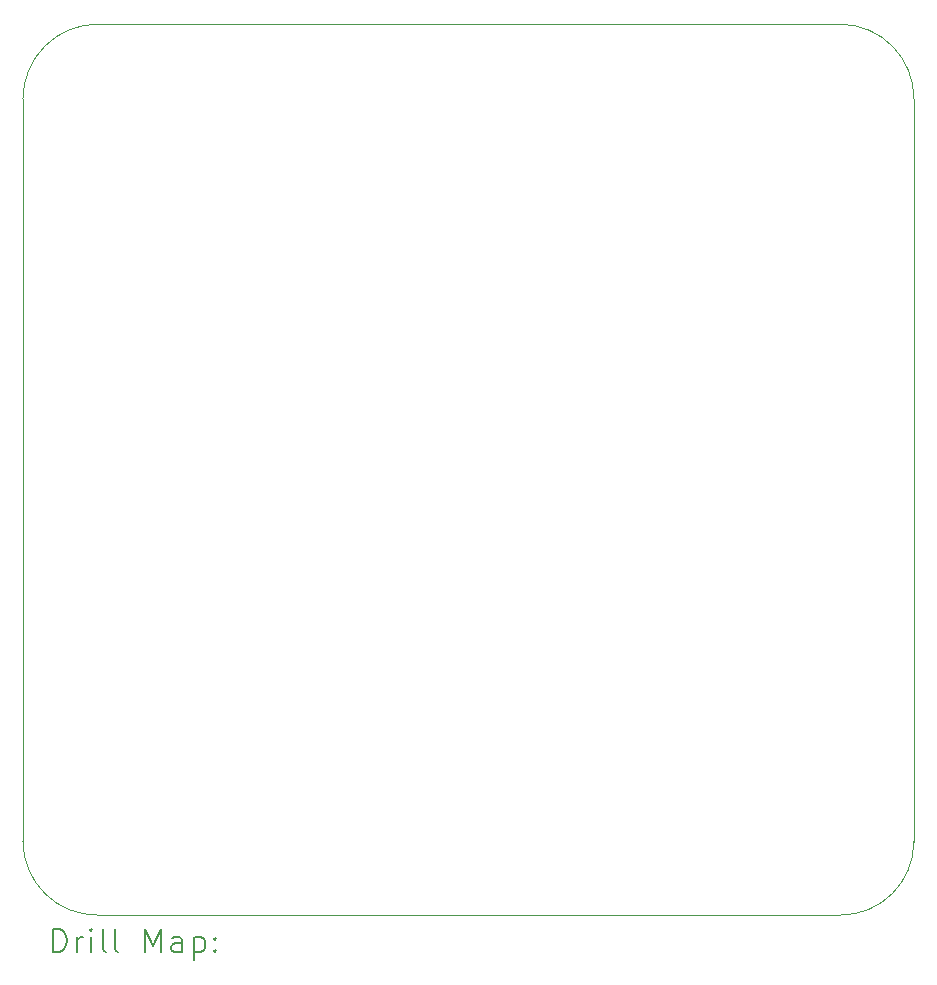
<source format=gbr>
%TF.GenerationSoftware,KiCad,Pcbnew,7.0.11*%
%TF.CreationDate,2024-03-28T06:20:29-04:00*%
%TF.ProjectId,Sensor-Board,53656e73-6f72-42d4-926f-6172642e6b69,rev?*%
%TF.SameCoordinates,Original*%
%TF.FileFunction,Drillmap*%
%TF.FilePolarity,Positive*%
%FSLAX45Y45*%
G04 Gerber Fmt 4.5, Leading zero omitted, Abs format (unit mm)*
G04 Created by KiCad (PCBNEW 7.0.11) date 2024-03-28 06:20:29*
%MOMM*%
%LPD*%
G01*
G04 APERTURE LIST*
%ADD10C,0.100000*%
%ADD11C,0.200000*%
G04 APERTURE END LIST*
D10*
X9995631Y-12709639D02*
G75*
G03*
X10630633Y-13332439I628899J6099D01*
G01*
X17539433Y-6423639D02*
X17539433Y-12709639D01*
X10630633Y-5788643D02*
G75*
G03*
X9995633Y-6423639I-3J-634997D01*
G01*
X9995633Y-6423639D02*
X9995633Y-12709639D01*
X16916633Y-13332443D02*
G75*
G03*
X17539433Y-12709639I-3J622803D01*
G01*
X17539431Y-6423639D02*
G75*
G03*
X16916633Y-5788639I-628901J6099D01*
G01*
X16916633Y-13332439D02*
X10630633Y-13332439D01*
X10630633Y-5788639D02*
X16916633Y-5788639D01*
D11*
X10251410Y-13648952D02*
X10251410Y-13448952D01*
X10251410Y-13448952D02*
X10299029Y-13448952D01*
X10299029Y-13448952D02*
X10327600Y-13458476D01*
X10327600Y-13458476D02*
X10346648Y-13477523D01*
X10346648Y-13477523D02*
X10356171Y-13496571D01*
X10356171Y-13496571D02*
X10365695Y-13534666D01*
X10365695Y-13534666D02*
X10365695Y-13563238D01*
X10365695Y-13563238D02*
X10356171Y-13601333D01*
X10356171Y-13601333D02*
X10346648Y-13620381D01*
X10346648Y-13620381D02*
X10327600Y-13639428D01*
X10327600Y-13639428D02*
X10299029Y-13648952D01*
X10299029Y-13648952D02*
X10251410Y-13648952D01*
X10451410Y-13648952D02*
X10451410Y-13515619D01*
X10451410Y-13553714D02*
X10460933Y-13534666D01*
X10460933Y-13534666D02*
X10470457Y-13525142D01*
X10470457Y-13525142D02*
X10489505Y-13515619D01*
X10489505Y-13515619D02*
X10508552Y-13515619D01*
X10575219Y-13648952D02*
X10575219Y-13515619D01*
X10575219Y-13448952D02*
X10565695Y-13458476D01*
X10565695Y-13458476D02*
X10575219Y-13468000D01*
X10575219Y-13468000D02*
X10584743Y-13458476D01*
X10584743Y-13458476D02*
X10575219Y-13448952D01*
X10575219Y-13448952D02*
X10575219Y-13468000D01*
X10699029Y-13648952D02*
X10679981Y-13639428D01*
X10679981Y-13639428D02*
X10670457Y-13620381D01*
X10670457Y-13620381D02*
X10670457Y-13448952D01*
X10803790Y-13648952D02*
X10784743Y-13639428D01*
X10784743Y-13639428D02*
X10775219Y-13620381D01*
X10775219Y-13620381D02*
X10775219Y-13448952D01*
X11032362Y-13648952D02*
X11032362Y-13448952D01*
X11032362Y-13448952D02*
X11099029Y-13591809D01*
X11099029Y-13591809D02*
X11165695Y-13448952D01*
X11165695Y-13448952D02*
X11165695Y-13648952D01*
X11346648Y-13648952D02*
X11346648Y-13544190D01*
X11346648Y-13544190D02*
X11337124Y-13525142D01*
X11337124Y-13525142D02*
X11318076Y-13515619D01*
X11318076Y-13515619D02*
X11279981Y-13515619D01*
X11279981Y-13515619D02*
X11260933Y-13525142D01*
X11346648Y-13639428D02*
X11327600Y-13648952D01*
X11327600Y-13648952D02*
X11279981Y-13648952D01*
X11279981Y-13648952D02*
X11260933Y-13639428D01*
X11260933Y-13639428D02*
X11251409Y-13620381D01*
X11251409Y-13620381D02*
X11251409Y-13601333D01*
X11251409Y-13601333D02*
X11260933Y-13582285D01*
X11260933Y-13582285D02*
X11279981Y-13572762D01*
X11279981Y-13572762D02*
X11327600Y-13572762D01*
X11327600Y-13572762D02*
X11346648Y-13563238D01*
X11441886Y-13515619D02*
X11441886Y-13715619D01*
X11441886Y-13525142D02*
X11460933Y-13515619D01*
X11460933Y-13515619D02*
X11499029Y-13515619D01*
X11499029Y-13515619D02*
X11518076Y-13525142D01*
X11518076Y-13525142D02*
X11527600Y-13534666D01*
X11527600Y-13534666D02*
X11537124Y-13553714D01*
X11537124Y-13553714D02*
X11537124Y-13610857D01*
X11537124Y-13610857D02*
X11527600Y-13629904D01*
X11527600Y-13629904D02*
X11518076Y-13639428D01*
X11518076Y-13639428D02*
X11499029Y-13648952D01*
X11499029Y-13648952D02*
X11460933Y-13648952D01*
X11460933Y-13648952D02*
X11441886Y-13639428D01*
X11622838Y-13629904D02*
X11632362Y-13639428D01*
X11632362Y-13639428D02*
X11622838Y-13648952D01*
X11622838Y-13648952D02*
X11613314Y-13639428D01*
X11613314Y-13639428D02*
X11622838Y-13629904D01*
X11622838Y-13629904D02*
X11622838Y-13648952D01*
X11622838Y-13525142D02*
X11632362Y-13534666D01*
X11632362Y-13534666D02*
X11622838Y-13544190D01*
X11622838Y-13544190D02*
X11613314Y-13534666D01*
X11613314Y-13534666D02*
X11622838Y-13525142D01*
X11622838Y-13525142D02*
X11622838Y-13544190D01*
M02*

</source>
